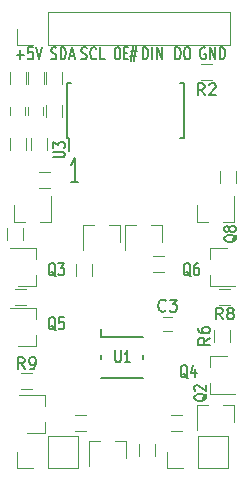
<source format=gto>
G04 #@! TF.GenerationSoftware,KiCad,Pcbnew,(5.0.0)*
G04 #@! TF.CreationDate,2018-09-15T21:58:09+09:00*
G04 #@! TF.ProjectId,Nixie_Module_IN-12,4E697869655F4D6F64756C655F494E2D,rev?*
G04 #@! TF.SameCoordinates,Original*
G04 #@! TF.FileFunction,Legend,Top*
G04 #@! TF.FilePolarity,Positive*
%FSLAX46Y46*%
G04 Gerber Fmt 4.6, Leading zero omitted, Abs format (unit mm)*
G04 Created by KiCad (PCBNEW (5.0.0)) date 09/15/18 21:58:09*
%MOMM*%
%LPD*%
G01*
G04 APERTURE LIST*
%ADD10C,0.160000*%
%ADD11C,0.150000*%
%ADD12C,0.120000*%
%ADD13C,0.200000*%
G04 APERTURE END LIST*
D10*
X86258476Y-65794000D02*
X86182285Y-65746380D01*
X86068000Y-65746380D01*
X85953714Y-65794000D01*
X85877523Y-65889238D01*
X85839428Y-65984476D01*
X85801333Y-66174952D01*
X85801333Y-66317809D01*
X85839428Y-66508285D01*
X85877523Y-66603523D01*
X85953714Y-66698761D01*
X86068000Y-66746380D01*
X86144190Y-66746380D01*
X86258476Y-66698761D01*
X86296571Y-66651142D01*
X86296571Y-66317809D01*
X86144190Y-66317809D01*
X86639428Y-66746380D02*
X86639428Y-65746380D01*
X87096571Y-66746380D01*
X87096571Y-65746380D01*
X87477523Y-66746380D02*
X87477523Y-65746380D01*
X87668000Y-65746380D01*
X87782285Y-65794000D01*
X87858476Y-65889238D01*
X87896571Y-65984476D01*
X87934666Y-66174952D01*
X87934666Y-66317809D01*
X87896571Y-66508285D01*
X87858476Y-66603523D01*
X87782285Y-66698761D01*
X87668000Y-66746380D01*
X87477523Y-66746380D01*
X83699428Y-66746380D02*
X83699428Y-65746380D01*
X83889904Y-65746380D01*
X84004190Y-65794000D01*
X84080380Y-65889238D01*
X84118476Y-65984476D01*
X84156571Y-66174952D01*
X84156571Y-66317809D01*
X84118476Y-66508285D01*
X84080380Y-66603523D01*
X84004190Y-66698761D01*
X83889904Y-66746380D01*
X83699428Y-66746380D01*
X84651809Y-65746380D02*
X84804190Y-65746380D01*
X84880380Y-65794000D01*
X84956571Y-65889238D01*
X84994666Y-66079714D01*
X84994666Y-66413047D01*
X84956571Y-66603523D01*
X84880380Y-66698761D01*
X84804190Y-66746380D01*
X84651809Y-66746380D01*
X84575619Y-66698761D01*
X84499428Y-66603523D01*
X84461333Y-66413047D01*
X84461333Y-66079714D01*
X84499428Y-65889238D01*
X84575619Y-65794000D01*
X84651809Y-65746380D01*
X80968952Y-66746380D02*
X80968952Y-65746380D01*
X81159428Y-65746380D01*
X81273714Y-65794000D01*
X81349904Y-65889238D01*
X81388000Y-65984476D01*
X81426095Y-66174952D01*
X81426095Y-66317809D01*
X81388000Y-66508285D01*
X81349904Y-66603523D01*
X81273714Y-66698761D01*
X81159428Y-66746380D01*
X80968952Y-66746380D01*
X81768952Y-66746380D02*
X81768952Y-65746380D01*
X82149904Y-66746380D02*
X82149904Y-65746380D01*
X82607047Y-66746380D01*
X82607047Y-65746380D01*
D11*
X78768666Y-65746380D02*
X78902000Y-65746380D01*
X78968666Y-65794000D01*
X79035333Y-65889238D01*
X79068666Y-66079714D01*
X79068666Y-66413047D01*
X79035333Y-66603523D01*
X78968666Y-66698761D01*
X78902000Y-66746380D01*
X78768666Y-66746380D01*
X78702000Y-66698761D01*
X78635333Y-66603523D01*
X78602000Y-66413047D01*
X78602000Y-66079714D01*
X78635333Y-65889238D01*
X78702000Y-65794000D01*
X78768666Y-65746380D01*
X79368666Y-66222571D02*
X79602000Y-66222571D01*
X79702000Y-66746380D02*
X79368666Y-66746380D01*
X79368666Y-65746380D01*
X79702000Y-65746380D01*
X79968666Y-66079714D02*
X80468666Y-66079714D01*
X80168666Y-65651142D02*
X79968666Y-66936857D01*
X80402000Y-66508285D02*
X79902000Y-66508285D01*
X80202000Y-66936857D02*
X80402000Y-65651142D01*
D10*
X70292380Y-66365428D02*
X70901904Y-66365428D01*
X70597142Y-66746380D02*
X70597142Y-65984476D01*
X71663809Y-65746380D02*
X71282857Y-65746380D01*
X71244761Y-66222571D01*
X71282857Y-66174952D01*
X71359047Y-66127333D01*
X71549523Y-66127333D01*
X71625714Y-66174952D01*
X71663809Y-66222571D01*
X71701904Y-66317809D01*
X71701904Y-66555904D01*
X71663809Y-66651142D01*
X71625714Y-66698761D01*
X71549523Y-66746380D01*
X71359047Y-66746380D01*
X71282857Y-66698761D01*
X71244761Y-66651142D01*
X71930476Y-65746380D02*
X72197142Y-66746380D01*
X72463809Y-65746380D01*
X73196571Y-66698761D02*
X73310857Y-66746380D01*
X73501333Y-66746380D01*
X73577523Y-66698761D01*
X73615619Y-66651142D01*
X73653714Y-66555904D01*
X73653714Y-66460666D01*
X73615619Y-66365428D01*
X73577523Y-66317809D01*
X73501333Y-66270190D01*
X73348952Y-66222571D01*
X73272761Y-66174952D01*
X73234666Y-66127333D01*
X73196571Y-66032095D01*
X73196571Y-65936857D01*
X73234666Y-65841619D01*
X73272761Y-65794000D01*
X73348952Y-65746380D01*
X73539428Y-65746380D01*
X73653714Y-65794000D01*
X73996571Y-66746380D02*
X73996571Y-65746380D01*
X74187047Y-65746380D01*
X74301333Y-65794000D01*
X74377523Y-65889238D01*
X74415619Y-65984476D01*
X74453714Y-66174952D01*
X74453714Y-66317809D01*
X74415619Y-66508285D01*
X74377523Y-66603523D01*
X74301333Y-66698761D01*
X74187047Y-66746380D01*
X73996571Y-66746380D01*
X74758476Y-66460666D02*
X75139428Y-66460666D01*
X74682285Y-66746380D02*
X74948952Y-65746380D01*
X75215619Y-66746380D01*
X75755619Y-66698761D02*
X75869904Y-66746380D01*
X76060380Y-66746380D01*
X76136571Y-66698761D01*
X76174666Y-66651142D01*
X76212761Y-66555904D01*
X76212761Y-66460666D01*
X76174666Y-66365428D01*
X76136571Y-66317809D01*
X76060380Y-66270190D01*
X75908000Y-66222571D01*
X75831809Y-66174952D01*
X75793714Y-66127333D01*
X75755619Y-66032095D01*
X75755619Y-65936857D01*
X75793714Y-65841619D01*
X75831809Y-65794000D01*
X75908000Y-65746380D01*
X76098476Y-65746380D01*
X76212761Y-65794000D01*
X77012761Y-66651142D02*
X76974666Y-66698761D01*
X76860380Y-66746380D01*
X76784190Y-66746380D01*
X76669904Y-66698761D01*
X76593714Y-66603523D01*
X76555619Y-66508285D01*
X76517523Y-66317809D01*
X76517523Y-66174952D01*
X76555619Y-65984476D01*
X76593714Y-65889238D01*
X76669904Y-65794000D01*
X76784190Y-65746380D01*
X76860380Y-65746380D01*
X76974666Y-65794000D01*
X77012761Y-65841619D01*
X77736571Y-66746380D02*
X77355619Y-66746380D01*
X77355619Y-65746380D01*
D12*
G04 #@! TO.C,R13*
X76626000Y-84082000D02*
X76626000Y-85082000D01*
X75266000Y-85082000D02*
X75266000Y-84082000D01*
G04 #@! TO.C,Q9*
X79558000Y-99062000D02*
X78628000Y-99062000D01*
X76398000Y-99062000D02*
X77328000Y-99062000D01*
X76398000Y-99062000D02*
X76398000Y-101222000D01*
X79558000Y-99062000D02*
X79558000Y-100522000D01*
D11*
G04 #@! TO.C,U1*
X77448000Y-90248000D02*
X77448000Y-89548000D01*
X77448000Y-93748000D02*
X80948000Y-93748000D01*
X80948000Y-91748000D02*
X80948000Y-92148000D01*
X77448000Y-91748000D02*
X77448000Y-92148000D01*
X77448000Y-90248000D02*
X80948000Y-90248000D01*
D12*
G04 #@! TO.C,Q11*
X79050000Y-80774000D02*
X78120000Y-80774000D01*
X75890000Y-80774000D02*
X76820000Y-80774000D01*
X75890000Y-80774000D02*
X75890000Y-82934000D01*
X79050000Y-80774000D02*
X79050000Y-82234000D01*
G04 #@! TO.C,Q2*
X88702000Y-96014000D02*
X87772000Y-96014000D01*
X85542000Y-96014000D02*
X86472000Y-96014000D01*
X85542000Y-96014000D02*
X85542000Y-98174000D01*
X88702000Y-96014000D02*
X88702000Y-97474000D01*
G04 #@! TO.C,Q3*
X71880000Y-85908000D02*
X71880000Y-84978000D01*
X71880000Y-82748000D02*
X71880000Y-83678000D01*
X71880000Y-82748000D02*
X69720000Y-82748000D01*
X71880000Y-85908000D02*
X70420000Y-85908000D01*
G04 #@! TO.C,Q4*
X86616000Y-91892000D02*
X86616000Y-92822000D01*
X86616000Y-95052000D02*
X86616000Y-94122000D01*
X86616000Y-95052000D02*
X88776000Y-95052000D01*
X86616000Y-91892000D02*
X88076000Y-91892000D01*
G04 #@! TO.C,Q5*
X71880000Y-90988000D02*
X71880000Y-90058000D01*
X71880000Y-87828000D02*
X71880000Y-88758000D01*
X71880000Y-87828000D02*
X69720000Y-87828000D01*
X71880000Y-90988000D02*
X70420000Y-90988000D01*
G04 #@! TO.C,Q6*
X86616000Y-82748000D02*
X86616000Y-83678000D01*
X86616000Y-85908000D02*
X86616000Y-84978000D01*
X86616000Y-85908000D02*
X88776000Y-85908000D01*
X86616000Y-82748000D02*
X88076000Y-82748000D01*
G04 #@! TO.C,Q7*
X72642000Y-98354000D02*
X72642000Y-97424000D01*
X72642000Y-95194000D02*
X72642000Y-96124000D01*
X72642000Y-95194000D02*
X70482000Y-95194000D01*
X72642000Y-98354000D02*
X71182000Y-98354000D01*
G04 #@! TO.C,Q8*
X85542000Y-80516000D02*
X86472000Y-80516000D01*
X88702000Y-80516000D02*
X87772000Y-80516000D01*
X88702000Y-80516000D02*
X88702000Y-78356000D01*
X85542000Y-80516000D02*
X85542000Y-79056000D01*
G04 #@! TO.C,Q1*
X70048000Y-80516000D02*
X70978000Y-80516000D01*
X73208000Y-80516000D02*
X72278000Y-80516000D01*
X73208000Y-80516000D02*
X73208000Y-78356000D01*
X70048000Y-80516000D02*
X70048000Y-79056000D01*
G04 #@! TO.C,J4*
X75498000Y-101342500D02*
X75498000Y-98682500D01*
X72898000Y-101342500D02*
X75498000Y-101342500D01*
X72898000Y-98682500D02*
X75498000Y-98682500D01*
X72898000Y-101342500D02*
X72898000Y-98682500D01*
X71628000Y-101342500D02*
X70298000Y-101342500D01*
X70298000Y-101342500D02*
X70298000Y-100012500D01*
G04 #@! TO.C,J3*
X88198000Y-101342500D02*
X88198000Y-98682500D01*
X85598000Y-101342500D02*
X88198000Y-101342500D01*
X85598000Y-98682500D02*
X88198000Y-98682500D01*
X85598000Y-101342500D02*
X85598000Y-98682500D01*
X84328000Y-101342500D02*
X82998000Y-101342500D01*
X82998000Y-101342500D02*
X82998000Y-100012500D01*
G04 #@! TO.C,Q10*
X82606000Y-80774000D02*
X81676000Y-80774000D01*
X79446000Y-80774000D02*
X80376000Y-80774000D01*
X79446000Y-80774000D02*
X79446000Y-82934000D01*
X82606000Y-80774000D02*
X82606000Y-82234000D01*
G04 #@! TO.C,J1*
X72948800Y-65550400D02*
X88308800Y-65550400D01*
X88308800Y-65550400D02*
X88308800Y-62770400D01*
X88308800Y-62770400D02*
X72948800Y-62770400D01*
X72948800Y-62770400D02*
X72948800Y-65550400D01*
X71678800Y-65550400D02*
X70288800Y-65550400D01*
X70288800Y-65550400D02*
X70288800Y-64160400D01*
D11*
G04 #@! TO.C,U3*
X74527000Y-73445000D02*
X74752000Y-73445000D01*
X74527000Y-68795000D02*
X74852000Y-68795000D01*
X84477000Y-68795000D02*
X84152000Y-68795000D01*
X84477000Y-73445000D02*
X84152000Y-73445000D01*
X74527000Y-73445000D02*
X74527000Y-68795000D01*
X84477000Y-73445000D02*
X84477000Y-68795000D01*
X74752000Y-73445000D02*
X74752000Y-74520000D01*
D12*
G04 #@! TO.C,C1*
X70958000Y-70770000D02*
X70958000Y-71470000D01*
X69758000Y-71470000D02*
X69758000Y-70770000D01*
G04 #@! TO.C,C2*
X71282000Y-71470000D02*
X71282000Y-70770000D01*
X72482000Y-70770000D02*
X72482000Y-71470000D01*
G04 #@! TO.C,C3*
X82708000Y-88554000D02*
X83408000Y-88554000D01*
X83408000Y-89754000D02*
X82708000Y-89754000D01*
G04 #@! TO.C,R1*
X81960000Y-99322000D02*
X81960000Y-100322000D01*
X80600000Y-100322000D02*
X80600000Y-99322000D01*
G04 #@! TO.C,R2*
X85860000Y-67138000D02*
X86860000Y-67138000D01*
X86860000Y-68498000D02*
X85860000Y-68498000D01*
G04 #@! TO.C,R3*
X72144000Y-76282000D02*
X73144000Y-76282000D01*
X73144000Y-77642000D02*
X72144000Y-77642000D01*
G04 #@! TO.C,R4*
X84320000Y-98216000D02*
X83320000Y-98216000D01*
X83320000Y-96856000D02*
X84320000Y-96856000D01*
G04 #@! TO.C,R5*
X70784000Y-81034000D02*
X70784000Y-82034000D01*
X69424000Y-82034000D02*
X69424000Y-81034000D01*
G04 #@! TO.C,R6*
X88310000Y-89670000D02*
X88310000Y-90670000D01*
X86950000Y-90670000D02*
X86950000Y-89670000D01*
G04 #@! TO.C,R7*
X70112000Y-86188000D02*
X71112000Y-86188000D01*
X71112000Y-87548000D02*
X70112000Y-87548000D01*
G04 #@! TO.C,R8*
X88384000Y-87548000D02*
X87384000Y-87548000D01*
X87384000Y-86188000D02*
X88384000Y-86188000D01*
G04 #@! TO.C,R9*
X71620000Y-94660000D02*
X70620000Y-94660000D01*
X70620000Y-93300000D02*
X71620000Y-93300000D01*
G04 #@! TO.C,R10*
X88818000Y-76208000D02*
X88818000Y-77208000D01*
X87458000Y-77208000D02*
X87458000Y-76208000D01*
G04 #@! TO.C,R11*
X76192000Y-98216000D02*
X75192000Y-98216000D01*
X75192000Y-96856000D02*
X76192000Y-96856000D01*
G04 #@! TO.C,R12*
X81796000Y-83394000D02*
X82796000Y-83394000D01*
X82796000Y-84754000D02*
X81796000Y-84754000D01*
G04 #@! TO.C,R14*
X71038000Y-67814000D02*
X71038000Y-68814000D01*
X69678000Y-68814000D02*
X69678000Y-67814000D01*
G04 #@! TO.C,R15*
X74086000Y-70620000D02*
X74086000Y-71620000D01*
X72726000Y-71620000D02*
X72726000Y-70620000D01*
G04 #@! TO.C,R16*
X72816000Y-73414000D02*
X72816000Y-74414000D01*
X71456000Y-74414000D02*
X71456000Y-73414000D01*
G04 #@! TO.C,R17*
X69678000Y-74414000D02*
X69678000Y-73414000D01*
X71038000Y-73414000D02*
X71038000Y-74414000D01*
G04 #@! TO.C,R18*
X71202000Y-68814000D02*
X71202000Y-67814000D01*
X72562000Y-67814000D02*
X72562000Y-68814000D01*
G04 #@! TO.C,R19*
X74086000Y-67814000D02*
X74086000Y-68814000D01*
X72726000Y-68814000D02*
X72726000Y-67814000D01*
G04 #@! TO.C,U1*
D11*
X78638476Y-91400380D02*
X78638476Y-92209904D01*
X78676571Y-92305142D01*
X78714666Y-92352761D01*
X78790857Y-92400380D01*
X78943238Y-92400380D01*
X79019428Y-92352761D01*
X79057523Y-92305142D01*
X79095619Y-92209904D01*
X79095619Y-91400380D01*
X79895619Y-92400380D02*
X79438476Y-92400380D01*
X79667047Y-92400380D02*
X79667047Y-91400380D01*
X79590857Y-91543238D01*
X79514666Y-91638476D01*
X79438476Y-91686095D01*
G04 #@! TO.C,Q2*
X86399619Y-95072190D02*
X86352000Y-95148380D01*
X86256761Y-95224571D01*
X86113904Y-95338857D01*
X86066285Y-95415047D01*
X86066285Y-95491238D01*
X86304380Y-95453142D02*
X86256761Y-95529333D01*
X86161523Y-95605523D01*
X85971047Y-95643619D01*
X85637714Y-95643619D01*
X85447238Y-95605523D01*
X85352000Y-95529333D01*
X85304380Y-95453142D01*
X85304380Y-95300761D01*
X85352000Y-95224571D01*
X85447238Y-95148380D01*
X85637714Y-95110285D01*
X85971047Y-95110285D01*
X86161523Y-95148380D01*
X86256761Y-95224571D01*
X86304380Y-95300761D01*
X86304380Y-95453142D01*
X85399619Y-94805523D02*
X85352000Y-94767428D01*
X85304380Y-94691238D01*
X85304380Y-94500761D01*
X85352000Y-94424571D01*
X85399619Y-94386476D01*
X85494857Y-94348380D01*
X85590095Y-94348380D01*
X85732952Y-94386476D01*
X86304380Y-94843619D01*
X86304380Y-94348380D01*
G04 #@! TO.C,Q3*
X73583809Y-85129619D02*
X73507619Y-85082000D01*
X73431428Y-84986761D01*
X73317142Y-84843904D01*
X73240952Y-84796285D01*
X73164761Y-84796285D01*
X73202857Y-85034380D02*
X73126666Y-84986761D01*
X73050476Y-84891523D01*
X73012380Y-84701047D01*
X73012380Y-84367714D01*
X73050476Y-84177238D01*
X73126666Y-84082000D01*
X73202857Y-84034380D01*
X73355238Y-84034380D01*
X73431428Y-84082000D01*
X73507619Y-84177238D01*
X73545714Y-84367714D01*
X73545714Y-84701047D01*
X73507619Y-84891523D01*
X73431428Y-84986761D01*
X73355238Y-85034380D01*
X73202857Y-85034380D01*
X73812380Y-84034380D02*
X74307619Y-84034380D01*
X74040952Y-84415333D01*
X74155238Y-84415333D01*
X74231428Y-84462952D01*
X74269523Y-84510571D01*
X74307619Y-84605809D01*
X74307619Y-84843904D01*
X74269523Y-84939142D01*
X74231428Y-84986761D01*
X74155238Y-85034380D01*
X73926666Y-85034380D01*
X73850476Y-84986761D01*
X73812380Y-84939142D01*
G04 #@! TO.C,Q4*
X84759809Y-93765619D02*
X84683619Y-93718000D01*
X84607428Y-93622761D01*
X84493142Y-93479904D01*
X84416952Y-93432285D01*
X84340761Y-93432285D01*
X84378857Y-93670380D02*
X84302666Y-93622761D01*
X84226476Y-93527523D01*
X84188380Y-93337047D01*
X84188380Y-93003714D01*
X84226476Y-92813238D01*
X84302666Y-92718000D01*
X84378857Y-92670380D01*
X84531238Y-92670380D01*
X84607428Y-92718000D01*
X84683619Y-92813238D01*
X84721714Y-93003714D01*
X84721714Y-93337047D01*
X84683619Y-93527523D01*
X84607428Y-93622761D01*
X84531238Y-93670380D01*
X84378857Y-93670380D01*
X85407428Y-93003714D02*
X85407428Y-93670380D01*
X85216952Y-92622761D02*
X85026476Y-93337047D01*
X85521714Y-93337047D01*
G04 #@! TO.C,Q5*
X73583809Y-89701619D02*
X73507619Y-89654000D01*
X73431428Y-89558761D01*
X73317142Y-89415904D01*
X73240952Y-89368285D01*
X73164761Y-89368285D01*
X73202857Y-89606380D02*
X73126666Y-89558761D01*
X73050476Y-89463523D01*
X73012380Y-89273047D01*
X73012380Y-88939714D01*
X73050476Y-88749238D01*
X73126666Y-88654000D01*
X73202857Y-88606380D01*
X73355238Y-88606380D01*
X73431428Y-88654000D01*
X73507619Y-88749238D01*
X73545714Y-88939714D01*
X73545714Y-89273047D01*
X73507619Y-89463523D01*
X73431428Y-89558761D01*
X73355238Y-89606380D01*
X73202857Y-89606380D01*
X74269523Y-88606380D02*
X73888571Y-88606380D01*
X73850476Y-89082571D01*
X73888571Y-89034952D01*
X73964761Y-88987333D01*
X74155238Y-88987333D01*
X74231428Y-89034952D01*
X74269523Y-89082571D01*
X74307619Y-89177809D01*
X74307619Y-89415904D01*
X74269523Y-89511142D01*
X74231428Y-89558761D01*
X74155238Y-89606380D01*
X73964761Y-89606380D01*
X73888571Y-89558761D01*
X73850476Y-89511142D01*
G04 #@! TO.C,Q6*
X85013809Y-85129619D02*
X84937619Y-85082000D01*
X84861428Y-84986761D01*
X84747142Y-84843904D01*
X84670952Y-84796285D01*
X84594761Y-84796285D01*
X84632857Y-85034380D02*
X84556666Y-84986761D01*
X84480476Y-84891523D01*
X84442380Y-84701047D01*
X84442380Y-84367714D01*
X84480476Y-84177238D01*
X84556666Y-84082000D01*
X84632857Y-84034380D01*
X84785238Y-84034380D01*
X84861428Y-84082000D01*
X84937619Y-84177238D01*
X84975714Y-84367714D01*
X84975714Y-84701047D01*
X84937619Y-84891523D01*
X84861428Y-84986761D01*
X84785238Y-85034380D01*
X84632857Y-85034380D01*
X85661428Y-84034380D02*
X85509047Y-84034380D01*
X85432857Y-84082000D01*
X85394761Y-84129619D01*
X85318571Y-84272476D01*
X85280476Y-84462952D01*
X85280476Y-84843904D01*
X85318571Y-84939142D01*
X85356666Y-84986761D01*
X85432857Y-85034380D01*
X85585238Y-85034380D01*
X85661428Y-84986761D01*
X85699523Y-84939142D01*
X85737619Y-84843904D01*
X85737619Y-84605809D01*
X85699523Y-84510571D01*
X85661428Y-84462952D01*
X85585238Y-84415333D01*
X85432857Y-84415333D01*
X85356666Y-84462952D01*
X85318571Y-84510571D01*
X85280476Y-84605809D01*
G04 #@! TO.C,Q8*
X88939619Y-81610190D02*
X88892000Y-81686380D01*
X88796761Y-81762571D01*
X88653904Y-81876857D01*
X88606285Y-81953047D01*
X88606285Y-82029238D01*
X88844380Y-81991142D02*
X88796761Y-82067333D01*
X88701523Y-82143523D01*
X88511047Y-82181619D01*
X88177714Y-82181619D01*
X87987238Y-82143523D01*
X87892000Y-82067333D01*
X87844380Y-81991142D01*
X87844380Y-81838761D01*
X87892000Y-81762571D01*
X87987238Y-81686380D01*
X88177714Y-81648285D01*
X88511047Y-81648285D01*
X88701523Y-81686380D01*
X88796761Y-81762571D01*
X88844380Y-81838761D01*
X88844380Y-81991142D01*
X88272952Y-81191142D02*
X88225333Y-81267333D01*
X88177714Y-81305428D01*
X88082476Y-81343523D01*
X88034857Y-81343523D01*
X87939619Y-81305428D01*
X87892000Y-81267333D01*
X87844380Y-81191142D01*
X87844380Y-81038761D01*
X87892000Y-80962571D01*
X87939619Y-80924476D01*
X88034857Y-80886380D01*
X88082476Y-80886380D01*
X88177714Y-80924476D01*
X88225333Y-80962571D01*
X88272952Y-81038761D01*
X88272952Y-81191142D01*
X88320571Y-81267333D01*
X88368190Y-81305428D01*
X88463428Y-81343523D01*
X88653904Y-81343523D01*
X88749142Y-81305428D01*
X88796761Y-81267333D01*
X88844380Y-81191142D01*
X88844380Y-81038761D01*
X88796761Y-80962571D01*
X88749142Y-80924476D01*
X88653904Y-80886380D01*
X88463428Y-80886380D01*
X88368190Y-80924476D01*
X88320571Y-80962571D01*
X88272952Y-81038761D01*
G04 #@! TO.C,U2*
D13*
X75469714Y-77104761D02*
X74898285Y-77104761D01*
X75184000Y-77104761D02*
X75184000Y-75104761D01*
X75088761Y-75390476D01*
X74993523Y-75580952D01*
X74898285Y-75676190D01*
G04 #@! TO.C,U3*
D11*
X73366380Y-75031523D02*
X74175904Y-75031523D01*
X74271142Y-74993428D01*
X74318761Y-74955333D01*
X74366380Y-74879142D01*
X74366380Y-74726761D01*
X74318761Y-74650571D01*
X74271142Y-74612476D01*
X74175904Y-74574380D01*
X73366380Y-74574380D01*
X73366380Y-74269619D02*
X73366380Y-73774380D01*
X73747333Y-74041047D01*
X73747333Y-73926761D01*
X73794952Y-73850571D01*
X73842571Y-73812476D01*
X73937809Y-73774380D01*
X74175904Y-73774380D01*
X74271142Y-73812476D01*
X74318761Y-73850571D01*
X74366380Y-73926761D01*
X74366380Y-74155333D01*
X74318761Y-74231523D01*
X74271142Y-74269619D01*
G04 #@! TO.C,C3*
X82891333Y-88011142D02*
X82843714Y-88058761D01*
X82700857Y-88106380D01*
X82605619Y-88106380D01*
X82462761Y-88058761D01*
X82367523Y-87963523D01*
X82319904Y-87868285D01*
X82272285Y-87677809D01*
X82272285Y-87534952D01*
X82319904Y-87344476D01*
X82367523Y-87249238D01*
X82462761Y-87154000D01*
X82605619Y-87106380D01*
X82700857Y-87106380D01*
X82843714Y-87154000D01*
X82891333Y-87201619D01*
X83224666Y-87106380D02*
X83843714Y-87106380D01*
X83510380Y-87487333D01*
X83653238Y-87487333D01*
X83748476Y-87534952D01*
X83796095Y-87582571D01*
X83843714Y-87677809D01*
X83843714Y-87915904D01*
X83796095Y-88011142D01*
X83748476Y-88058761D01*
X83653238Y-88106380D01*
X83367523Y-88106380D01*
X83272285Y-88058761D01*
X83224666Y-88011142D01*
G04 #@! TO.C,R2*
X86193333Y-69794380D02*
X85860000Y-69318190D01*
X85621904Y-69794380D02*
X85621904Y-68794380D01*
X86002857Y-68794380D01*
X86098095Y-68842000D01*
X86145714Y-68889619D01*
X86193333Y-68984857D01*
X86193333Y-69127714D01*
X86145714Y-69222952D01*
X86098095Y-69270571D01*
X86002857Y-69318190D01*
X85621904Y-69318190D01*
X86574285Y-68889619D02*
X86621904Y-68842000D01*
X86717142Y-68794380D01*
X86955238Y-68794380D01*
X87050476Y-68842000D01*
X87098095Y-68889619D01*
X87145714Y-68984857D01*
X87145714Y-69080095D01*
X87098095Y-69222952D01*
X86526666Y-69794380D01*
X87145714Y-69794380D01*
G04 #@! TO.C,R6*
X86632380Y-90336666D02*
X86156190Y-90670000D01*
X86632380Y-90908095D02*
X85632380Y-90908095D01*
X85632380Y-90527142D01*
X85680000Y-90431904D01*
X85727619Y-90384285D01*
X85822857Y-90336666D01*
X85965714Y-90336666D01*
X86060952Y-90384285D01*
X86108571Y-90431904D01*
X86156190Y-90527142D01*
X86156190Y-90908095D01*
X85632380Y-89479523D02*
X85632380Y-89670000D01*
X85680000Y-89765238D01*
X85727619Y-89812857D01*
X85870476Y-89908095D01*
X86060952Y-89955714D01*
X86441904Y-89955714D01*
X86537142Y-89908095D01*
X86584761Y-89860476D01*
X86632380Y-89765238D01*
X86632380Y-89574761D01*
X86584761Y-89479523D01*
X86537142Y-89431904D01*
X86441904Y-89384285D01*
X86203809Y-89384285D01*
X86108571Y-89431904D01*
X86060952Y-89479523D01*
X86013333Y-89574761D01*
X86013333Y-89765238D01*
X86060952Y-89860476D01*
X86108571Y-89908095D01*
X86203809Y-89955714D01*
G04 #@! TO.C,R8*
X87717333Y-88770380D02*
X87384000Y-88294190D01*
X87145904Y-88770380D02*
X87145904Y-87770380D01*
X87526857Y-87770380D01*
X87622095Y-87818000D01*
X87669714Y-87865619D01*
X87717333Y-87960857D01*
X87717333Y-88103714D01*
X87669714Y-88198952D01*
X87622095Y-88246571D01*
X87526857Y-88294190D01*
X87145904Y-88294190D01*
X88288761Y-88198952D02*
X88193523Y-88151333D01*
X88145904Y-88103714D01*
X88098285Y-88008476D01*
X88098285Y-87960857D01*
X88145904Y-87865619D01*
X88193523Y-87818000D01*
X88288761Y-87770380D01*
X88479238Y-87770380D01*
X88574476Y-87818000D01*
X88622095Y-87865619D01*
X88669714Y-87960857D01*
X88669714Y-88008476D01*
X88622095Y-88103714D01*
X88574476Y-88151333D01*
X88479238Y-88198952D01*
X88288761Y-88198952D01*
X88193523Y-88246571D01*
X88145904Y-88294190D01*
X88098285Y-88389428D01*
X88098285Y-88579904D01*
X88145904Y-88675142D01*
X88193523Y-88722761D01*
X88288761Y-88770380D01*
X88479238Y-88770380D01*
X88574476Y-88722761D01*
X88622095Y-88675142D01*
X88669714Y-88579904D01*
X88669714Y-88389428D01*
X88622095Y-88294190D01*
X88574476Y-88246571D01*
X88479238Y-88198952D01*
G04 #@! TO.C,R9*
X70953333Y-92982380D02*
X70620000Y-92506190D01*
X70381904Y-92982380D02*
X70381904Y-91982380D01*
X70762857Y-91982380D01*
X70858095Y-92030000D01*
X70905714Y-92077619D01*
X70953333Y-92172857D01*
X70953333Y-92315714D01*
X70905714Y-92410952D01*
X70858095Y-92458571D01*
X70762857Y-92506190D01*
X70381904Y-92506190D01*
X71429523Y-92982380D02*
X71620000Y-92982380D01*
X71715238Y-92934761D01*
X71762857Y-92887142D01*
X71858095Y-92744285D01*
X71905714Y-92553809D01*
X71905714Y-92172857D01*
X71858095Y-92077619D01*
X71810476Y-92030000D01*
X71715238Y-91982380D01*
X71524761Y-91982380D01*
X71429523Y-92030000D01*
X71381904Y-92077619D01*
X71334285Y-92172857D01*
X71334285Y-92410952D01*
X71381904Y-92506190D01*
X71429523Y-92553809D01*
X71524761Y-92601428D01*
X71715238Y-92601428D01*
X71810476Y-92553809D01*
X71858095Y-92506190D01*
X71905714Y-92410952D01*
G04 #@! TD*
M02*

</source>
